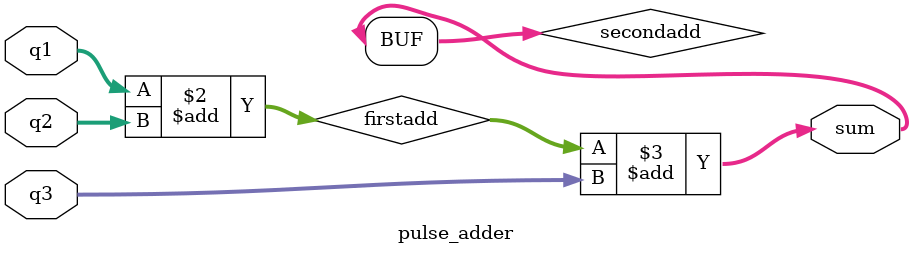
<source format=sv>
`timescale 1ns / 1ps


module pulse_adder( input logic [3:0] q1, q2, q3, 
                     output logic [5:0] sum);
   
 // Wires for adder
 
 logic [4:0] firstadd; 
 logic [5:0] secondadd; 
                    
always_comb
       begin
       firstadd = 0; 
       secondadd = 0;
         //Computing first add 
         firstadd = q1 + q2 ; 
         //Computing second add
         secondadd = firstadd + q3 ; 
       end 
          
  //assign sum = secondadd ; 
  assign sum = secondadd; 
 
  
endmodule
</source>
